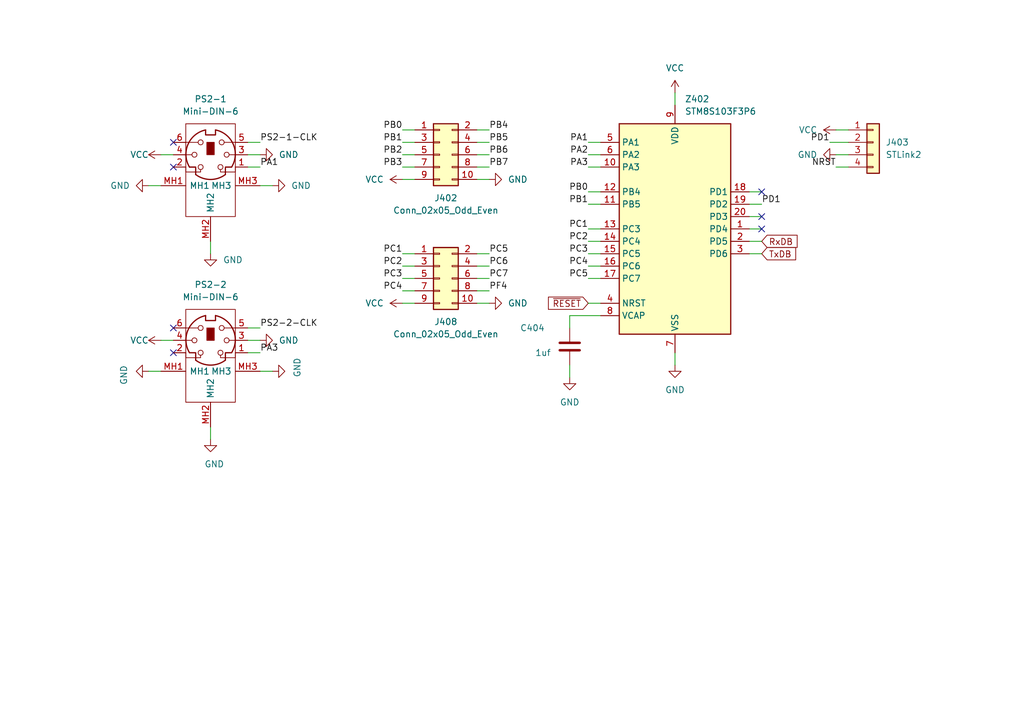
<source format=kicad_sch>
(kicad_sch (version 20211123) (generator eeschema)
  (paper "A5")
  (title_block (title "JupiterAce Z80 plus KIO and new memory format.") (rev "${REVNUM}") (company "Ontobus") (comment 1 "John Bradley") (comment 2 "https://creativecommons.org/licenses/by-nc-sa/4.0/") (comment 3 "Attribution-NonCommercial-ShareAlike 4.0 International License.") (comment 4 "This work is licensed under a Creative Commons "))
  (lib_symbols
    (symbol "Connector_Generic:Conn_01x04" (pin_names (offset 1.016) hide)
      (property "Reference" "J" (at 0 5.08 0))
      (property "Value" "Conn_01x04" (at 0 -7.62 0))
      (symbol "Conn_01x04_1_1"
        (rectangle (start -1.27 -4.953) (end 0 -5.207) (stroke (width 0.1524)))
        (rectangle (start -1.27 -2.413) (end 0 -2.667) (stroke (width 0.1524)))
        (rectangle (start -1.27 0.127) (end 0 -0.127) (stroke (width 0.1524)))
        (rectangle (start -1.27 2.667) (end 0 2.413) (stroke (width 0.1524)))
        (rectangle (start -1.27 3.81) (end 1.27 -6.35) (stroke (width 0.254)) (fill (type background)))
        (pin passive line (at -5.08 2.54 0) (length 3.81) (name "Pin_1") (number "1"))
        (pin passive line (at -5.08 0 0) (length 3.81) (name "Pin_2") (number "2"))
        (pin passive line (at -5.08 -2.54 0) (length 3.81) (name "Pin_3") (number "3"))
        (pin passive line (at -5.08 -5.08 0) (length 3.81) (name "Pin_4") (number "4"))
      )
    )
    (symbol "Connector_Generic:Conn_02x05_Odd_Even" (pin_names (offset 1.016) hide)
      (property "Reference" "J" (at 1.27 7.62 0))
      (property "Value" "Conn_02x05_Odd_Even" (at 1.27 -7.62 0))
      (symbol "Conn_02x05_Odd_Even_1_1"
        (rectangle (start -1.27 -4.953) (end 0 -5.207) (stroke (width 0.1524)))
        (rectangle (start -1.27 -2.413) (end 0 -2.667) (stroke (width 0.1524)))
        (rectangle (start -1.27 0.127) (end 0 -0.127) (stroke (width 0.1524)))
        (rectangle (start -1.27 2.667) (end 0 2.413) (stroke (width 0.1524)))
        (rectangle (start -1.27 5.207) (end 0 4.953) (stroke (width 0.1524)))
        (rectangle (start -1.27 6.35) (end 3.81 -6.35) (stroke (width 0.254)) (fill (type background)))
        (rectangle (start 3.81 -4.953) (end 2.54 -5.207) (stroke (width 0.1524)))
        (rectangle (start 3.81 -2.413) (end 2.54 -2.667) (stroke (width 0.1524)))
        (rectangle (start 3.81 0.127) (end 2.54 -0.127) (stroke (width 0.1524)))
        (rectangle (start 3.81 2.667) (end 2.54 2.413) (stroke (width 0.1524)))
        (rectangle (start 3.81 5.207) (end 2.54 4.953) (stroke (width 0.1524)))
        (pin passive line (at -5.08 5.08 0) (length 3.81) (name "Pin_1") (number "1"))
        (pin passive line (at 7.62 -5.08 180) (length 3.81) (name "Pin_10") (number "10"))
        (pin passive line (at 7.62 5.08 180) (length 3.81) (name "Pin_2") (number "2"))
        (pin passive line (at -5.08 2.54 0) (length 3.81) (name "Pin_3") (number "3"))
        (pin passive line (at 7.62 2.54 180) (length 3.81) (name "Pin_4") (number "4"))
        (pin passive line (at -5.08 0 0) (length 3.81) (name "Pin_5") (number "5"))
        (pin passive line (at 7.62 0 180) (length 3.81) (name "Pin_6") (number "6"))
        (pin passive line (at -5.08 -2.54 0) (length 3.81) (name "Pin_7") (number "7"))
        (pin passive line (at 7.62 -2.54 180) (length 3.81) (name "Pin_8") (number "8"))
        (pin passive line (at -5.08 -5.08 0) (length 3.81) (name "Pin_9") (number "9"))
      )
    )
    (symbol "Device:C" (pin_numbers hide) (pin_names (offset 0.254))
      (property "Reference" "C" (at 0.635 2.54 0))
      (property "Value" "C" (at 0.635 -2.54 0))
      (symbol "C_0_1"
        (polyline (pts (xy -2.032 -0.762) (xy 2.032 -0.762)) (stroke (width 0.508)))
        (polyline (pts (xy -2.032 0.762) (xy 2.032 0.762)) (stroke (width 0.508)))
      )
      (symbol "C_1_1"
        (pin passive line (at 0 3.81 270) (length 2.794) (name "~") (number "1"))
        (pin passive line (at 0 -3.81 90) (length 2.794) (name "~") (number "2"))
      )
    )
    (symbol "ExtraSymbols:5749266-1" (pin_names (offset 0.762))
      (property "Reference" "J" (at 19.05 7.62 0))
      (property "Value" "5749266-1" (at 19.05 5.08 0))
      (symbol "5749266-1_0_0"
        (pin passive line (at -5.08 -12.7 0) (length 5.08) (name "MH1") (number "MH1"))
        (pin passive line (at 5.08 -24.13 90) (length 5.08) (name "MH2") (number "MH2"))
        (pin passive line (at 15.24 -12.7 180) (length 5.08) (name "MH3") (number "MH3"))
      )
      (symbol "5749266-1_0_1"
        (polyline (pts (xy 1.27 -6.35) (xy 0 -6.35)))
        (polyline (pts (xy 2.54 -3.81) (xy 0 -3.81)))
        (polyline (pts (xy 7.874 -3.81) (xy 10.16 -3.81)))
        (polyline (pts (xy 10.16 -6.35) (xy 8.89 -6.35)))
        (polyline (pts (xy 0.762 -8.89) (xy 2.032 -8.89) (xy 2.032 -10.414)) (stroke (width 0.254)))
        (polyline (pts (xy 9.398 -8.89) (xy 8.128 -8.89) (xy 8.128 -10.414)) (stroke (width 0.254)))
        (polyline (pts (xy 3.048 -9.398) (xy 3.048 -9.906) (xy 0 -9.906) (xy 0 -8.89)))
        (polyline (pts (xy 4.064 -1.27) (xy 4.064 -2.286) (xy 6.096 -2.286) (xy 6.096 -1.27)) (stroke (width 0.254)))
        (polyline (pts (xy 7.112 -9.398) (xy 7.112 -9.906) (xy 10.16 -9.906) (xy 10.16 -8.89)))
        (rectangle (start 0 0) (end 10.16 -19.05) (stroke (width 0.1524)))
        (circle (center 1.778 -6.35) (radius 0.508))
        (arc (start 2.032 -10.414) (mid 5.08 -11.43) (end 8.128 -10.414) (stroke (width 0.254)))
        (circle (center 3.048 -8.89) (radius 0.508))
        (circle (center 3.048 -3.81) (radius 0.508))
        (arc (start 4.064 -1.27) (mid 0.4559 -4.2319) (end 0.762 -8.89) (stroke (width 0.254)))
        (rectangle (start 4.318 -3.81) (end 5.842 -6.35) (fill (type outline)))
        (circle (center 7.112 -8.89) (radius 0.508))
        (circle (center 7.366 -3.81) (radius 0.508))
        (circle (center 8.382 -6.35) (radius 0.508))
        (arc (start 9.398 -8.89) (mid 9.7446 -4.2143) (end 6.096 -1.27) (stroke (width 0.254)))
      )
      (symbol "5749266-1_1_1"
        (pin passive line (at 12.7 -8.89 180) (length 2.54) (name "~") (number "1"))
        (pin passive line (at -2.54 -8.89 0) (length 2.54) (name "~") (number "2"))
        (pin passive line (at 12.7 -6.35 180) (length 2.54) (name "~") (number "3"))
        (pin passive line (at -2.54 -6.35 0) (length 2.54) (name "~") (number "4"))
        (pin passive line (at 12.7 -3.81 180) (length 2.54) (name "~") (number "5"))
        (pin passive line (at -2.54 -3.81 0) (length 2.54) (name "~") (number "6"))
      )
    )
    (symbol "MCU_ST_STM8:STM8S003F3P"
      (property "Reference" "U" (at 1.27 25.4 0))
      (property "Value" "STM8S003F3P" (at 1.27 22.86 0))
      (symbol "STM8S003F3P_0_1"
        (rectangle (start -11.43 21.59) (end 11.43 -21.59) (stroke (width 0.254)) (fill (type background)))
      )
      (symbol "STM8S003F3P_1_1"
        (pin bidirectional line (at 15.24 0 180) (length 3.81) (name "PD4") (number "1"))
        (pin bidirectional line (at -15.24 12.7 0) (length 3.81) (name "PA3") (number "10"))
        (pin bidirectional line (at -15.24 5.08 0) (length 3.81) (name "PB5") (number "11"))
        (pin bidirectional line (at -15.24 7.62 0) (length 3.81) (name "PB4") (number "12"))
        (pin bidirectional line (at -15.24 0 0) (length 3.81) (name "PC3") (number "13"))
        (pin bidirectional line (at -15.24 -2.54 0) (length 3.81) (name "PC4") (number "14"))
        (pin bidirectional line (at -15.24 -5.08 0) (length 3.81) (name "PC5") (number "15"))
        (pin bidirectional line (at -15.24 -7.62 0) (length 3.81) (name "PC6") (number "16"))
        (pin bidirectional line (at -15.24 -10.16 0) (length 3.81) (name "PC7") (number "17"))
        (pin bidirectional line (at 15.24 7.62 180) (length 3.81) (name "PD1") (number "18"))
        (pin bidirectional line (at 15.24 5.08 180) (length 3.81) (name "PD2") (number "19"))
        (pin bidirectional line (at 15.24 -2.54 180) (length 3.81) (name "PD5") (number "2"))
        (pin bidirectional line (at 15.24 2.54 180) (length 3.81) (name "PD3") (number "20"))
        (pin bidirectional line (at 15.24 -5.08 180) (length 3.81) (name "PD6") (number "3"))
        (pin input line (at -15.24 -15.24 0) (length 3.81) (name "NRST") (number "4"))
        (pin bidirectional line (at -15.24 17.78 0) (length 3.81) (name "PA1") (number "5"))
        (pin bidirectional line (at -15.24 15.24 0) (length 3.81) (name "PA2") (number "6"))
        (pin power_in line (at 0 -25.4 90) (length 3.81) (name "VSS") (number "7"))
        (pin passive line (at -15.24 -17.78 0) (length 3.81) (name "VCAP") (number "8"))
        (pin power_in line (at 0 25.4 270) (length 3.81) (name "VDD") (number "9"))
      )
    )
    (symbol "power:GND" (power) (pin_names (offset 0))
      (property "Value" "GND" (at 0 -3.81 0))
      (symbol "GND_0_1"
        (polyline (pts (xy 0 0) (xy 0 -1.27) (xy 1.27 -1.27) (xy 0 -2.54) (xy -1.27 -1.27) (xy 0 -1.27)))
      )
      (symbol "GND_1_1"
        (pin power_in line (at 0 0 270) (length 0) hide (name "GND") (number "1"))
      )
    )
    (symbol "power:VCC" (power) (pin_names (offset 0))
      (property "Value" "VCC" (at 0 3.81 0))
      (symbol "VCC_0_1"
        (polyline (pts (xy -0.762 1.27) (xy 0 2.54)))
        (polyline (pts (xy 0 0) (xy 0 2.54)))
        (polyline (pts (xy 0 2.54) (xy 0.762 1.27)))
      )
      (symbol "VCC_1_1"
        (pin power_in line (at 0 0 90) (length 0) hide (name "VCC") (number "1"))
      )
    )
  )
  (no_connect (at 156.21 39.37))
  (no_connect (at 156.21 46.99))
  (no_connect (at 35.56 67.31))
  (no_connect (at 35.56 34.29))
  (no_connect (at 35.56 29.21))
  (no_connect (at 35.56 72.39))
  (no_connect (at 156.21 44.45))
  (wire (pts (xy 123.19 41.91) (xy 120.65 41.91)))
  (wire (pts (xy 85.09 54.61) (xy 82.55 54.61)))
  (wire (pts (xy 123.19 46.99) (xy 120.65 46.99)))
  (wire (pts (xy 43.18 87.63) (xy 43.18 90.17)))
  (wire (pts (xy 35.56 69.85) (xy 33.02 69.85)))
  (wire (pts (xy 50.8 31.75) (xy 53.34 31.75)))
  (wire (pts (xy 153.67 46.99) (xy 156.21 46.99)))
  (wire (pts (xy 97.79 31.75) (xy 100.33 31.75)))
  (wire (pts (xy 138.43 72.39) (xy 138.43 74.93)))
  (wire (pts (xy 50.8 69.85) (xy 53.34 69.85)))
  (wire (pts (xy 173.99 31.75) (xy 171.45 31.75)))
  (wire (pts (xy 173.99 29.21) (xy 170.18 29.21)))
  (wire (pts (xy 116.84 64.77) (xy 116.84 67.31)))
  (wire (pts (xy 50.8 29.21) (xy 53.34 29.21)))
  (wire (pts (xy 85.09 26.67) (xy 82.55 26.67)))
  (wire (pts (xy 116.84 74.93) (xy 116.84 77.47)))
  (wire (pts (xy 50.8 67.31) (xy 53.34 67.31)))
  (wire (pts (xy 85.09 59.69) (xy 82.55 59.69)))
  (wire (pts (xy 82.55 62.23) (xy 85.09 62.23)))
  (wire (pts (xy 35.56 31.75) (xy 33.02 31.75)))
  (wire (pts (xy 85.09 52.07) (xy 82.55 52.07)))
  (wire (pts (xy 85.09 57.15) (xy 82.55 57.15)))
  (wire (pts (xy 123.19 34.29) (xy 120.65 34.29)))
  (wire (pts (xy 53.34 34.29) (xy 50.8 34.29)))
  (wire (pts (xy 43.18 49.53) (xy 43.18 52.07)))
  (wire (pts (xy 97.79 26.67) (xy 100.33 26.67)))
  (wire (pts (xy 123.19 62.23) (xy 120.65 62.23)))
  (wire (pts (xy 173.99 34.29) (xy 171.45 34.29)))
  (wire (pts (xy 85.09 29.21) (xy 82.55 29.21)))
  (wire (pts (xy 153.67 49.53) (xy 156.21 49.53)))
  (wire (pts (xy 82.55 36.83) (xy 85.09 36.83)))
  (wire (pts (xy 116.84 64.77) (xy 123.19 64.77)))
  (wire (pts (xy 138.43 21.59) (xy 138.43 19.05)))
  (wire (pts (xy 85.09 34.29) (xy 82.55 34.29)))
  (wire (pts (xy 153.67 44.45) (xy 156.21 44.45)))
  (wire (pts (xy 123.19 52.07) (xy 120.65 52.07)))
  (wire (pts (xy 85.09 31.75) (xy 82.55 31.75)))
  (wire (pts (xy 33.02 38.1) (xy 30.48 38.1)))
  (wire (pts (xy 53.34 38.1) (xy 55.88 38.1)))
  (wire (pts (xy 97.79 54.61) (xy 100.33 54.61)))
  (wire (pts (xy 97.79 59.69) (xy 100.33 59.69)))
  (wire (pts (xy 123.19 29.21) (xy 120.65 29.21)))
  (wire (pts (xy 97.79 29.21) (xy 100.33 29.21)))
  (wire (pts (xy 123.19 31.75) (xy 120.65 31.75)))
  (wire (pts (xy 33.02 76.2) (xy 30.48 76.2)))
  (wire (pts (xy 53.34 72.39) (xy 50.8 72.39)))
  (wire (pts (xy 123.19 39.37) (xy 120.65 39.37)))
  (wire (pts (xy 153.67 52.07) (xy 156.21 52.07)))
  (wire (pts (xy 173.99 26.67) (xy 171.45 26.67)))
  (wire (pts (xy 97.79 62.23) (xy 100.33 62.23)))
  (wire (pts (xy 123.19 57.15) (xy 120.65 57.15)))
  (wire (pts (xy 97.79 52.07) (xy 100.33 52.07)))
  (wire (pts (xy 97.79 57.15) (xy 100.33 57.15)))
  (wire (pts (xy 97.79 36.83) (xy 100.33 36.83)))
  (wire (pts (xy 53.34 76.2) (xy 55.88 76.2)))
  (wire (pts (xy 123.19 54.61) (xy 120.65 54.61)))
  (wire (pts (xy 153.67 41.91) (xy 156.21 41.91)))
  (wire (pts (xy 123.19 49.53) (xy 120.65 49.53)))
  (wire (pts (xy 97.79 34.29) (xy 100.33 34.29)))
  (wire (pts (xy 153.67 39.37) (xy 156.21 39.37)))
  (label "PC1" (at 82.55 52.07 0))
  (label "PC5" (at 100.33 52.07 0))
  (label "PC3" (at 82.55 57.15 0))
  (label "PA3" (at 120.65 34.29 0))
  (label "PB4" (at 100.33 26.67 0))
  (label "PD1" (at 170.18 29.21 0))
  (label "PB3" (at 82.55 34.29 0))
  (label "PC6" (at 100.33 54.61 0))
  (label "PC7" (at 100.33 57.15 0))
  (label "PS2-2-CLK" (at 53.34 67.31 0))
  (label "PC2" (at 120.65 49.53 0))
  (label "PB2" (at 82.55 31.75 0))
  (label "PA1" (at 120.65 29.21 0))
  (label "PA2" (at 120.65 31.75 0))
  (label "PA3" (at 53.34 72.39 0))
  (label "PC3" (at 120.65 52.07 0))
  (label "NRST" (at 171.45 34.29 0))
  (label "PC1" (at 120.65 46.99 0))
  (label "PB1" (at 120.65 41.91 0))
  (label "PB0" (at 82.55 26.67 0))
  (label "PB6" (at 100.33 31.75 0))
  (label "PB1" (at 82.55 29.21 0))
  (label "PB7" (at 100.33 34.29 0))
  (label "PD1" (at 156.21 41.91 0))
  (label "PC4" (at 120.65 54.61 0))
  (label "PS2-1-CLK" (at 53.34 29.21 0))
  (label "PB5" (at 100.33 29.21 0))
  (label "PA1" (at 53.34 34.29 0))
  (label "PF4" (at 100.33 59.69 0))
  (label "PC2" (at 82.55 54.61 0))
  (label "PC5" (at 120.65 57.15 0))
  (label "PC4" (at 82.55 59.69 0))
  (label "PB0" (at 120.65 39.37 0))
  (global_label "RxDB" (shape input) (at 156.21 49.53 0) (property "Intersheetrefs" "${INTERSHEET_REFS}" (at 163.3723 49.4506 0) (effects (justify left))))
  (global_label "~{RESET}" (shape input) (at 120.65 62.23 180) (property "Intersheetrefs" "${INTERSHEET_REFS}" (at 112.5806 62.1506 0) (effects (justify right))))
  (global_label "TxDB" (shape input) (at 156.21 52.07 0) (property "Intersheetrefs" "${INTERSHEET_REFS}" (at 163.0699 51.9906 0) (effects (justify left))))
  (symbol (lib_id "Device:C") (at 116.84 71.12 0) (unit 1)
    (property "Reference" "C404" (at 111.76 67.3099 0) (effects (justify right)))
    (property "Value" "1uf" (at 113.03 72.3899 0) (effects (justify right)))
    (property "Footprint" "Capacitor_THT:C_Disc_D3.0mm_W1.6mm_P2.50mm" (effects hide))
    (property "Manufacturer_Name" "Lelon" (effects hide))
    (property "Manufacturer_Part_Number" "REA010M2CBK-0511P" (effects hide))
  )
  (symbol (lib_id "power:GND") (at 100.33 62.23 90) (unit 1)
    (property "Reference" "#0147" (effects hide))
    (property "Value" "GND" (at 104.14 62.2299 90) (effects (justify right)))
  )
  (symbol (lib_id "power:GND") (at 43.18 52.07 0) (unit 1)
    (property "Reference" "# PWR0117" (effects hide))
    (property "Value" "GND" (at 45.72 53.3399 0) (effects (justify left)))
  )
  (symbol (lib_id "power:VCC") (at 33.02 69.85 90) (unit 1)
    (property "Reference" "# PWR0120" (effects hide))
    (property "Value" "VCC" (at 26.67 69.85 90) (effects (justify right)))
  )
  (symbol (lib_id "power:GND") (at 30.48 38.1 270) (unit 1)
    (property "Reference" "# PWR0109" (effects hide))
    (property "Value" "GND" (at 26.67 38.0999 90) (effects (justify right)))
  )
  (symbol (lib_id "power:GND") (at 100.33 36.83 90) (unit 1)
    (property "Reference" "#~PWR0123" (effects hide))
    (property "Value" "GND" (at 104.14 36.8299 90) (effects (justify right)))
  )
  (symbol (lib_id "power:VCC") (at 82.55 36.83 90) (unit 1)
    (property "Reference" "#~PWR0106" (effects hide))
    (property "Value" "VCC" (at 78.74 36.8299 90) (effects (justify left)))
  )
  (symbol (lib_id "power:VCC") (at 33.02 31.75 90) (unit 1)
    (property "Reference" "# PWR0114" (effects hide))
    (property "Value" "VCC" (at 26.67 31.75 90) (effects (justify right)))
  )
  (symbol (lib_id "power:GND") (at 171.45 31.75 270) (unit 1)
    (property "Reference" "#~PWR0169" (effects hide))
    (property "Value" "GND" (at 167.64 31.7499 90) (effects (justify right)))
  )
  (symbol (lib_id "Connector_Generic:Conn_01x04") (at 179.07 29.21 0) (unit 1)
    (property "Reference" "J403" (at 181.61 29.2099 0) (effects (justify left)))
    (property "Value" "STLink2" (at 181.61 31.7499 0) (effects (justify left)))
    (property "Footprint" "Connector_PinHeader_2.54mm:PinHeader_1x04_P2.54mm_Vertical" (effects hide))
    (property "Manufacturer_Name" "Samtec" (effects hide))
    (property "Manufacturer_Part_Number" "HTSW-104-24-F-S" (effects hide))
  )
  (symbol (lib_id "power:GND") (at 53.34 31.75 90) (unit 1)
    (property "Reference" "# PWR0123" (effects hide))
    (property "Value" "GND" (at 57.15 31.7499 90) (effects (justify right)))
  )
  (symbol (lib_id "power:GND") (at 43.18 90.17 0) (unit 1)
    (property "Reference" "# PWR0119" (effects hide))
    (property "Value" "GND" (at 41.91 95.25 0) (effects (justify left)))
  )
  (symbol (lib_id "power:GND") (at 55.88 76.2 90) (unit 1)
    (property "Reference" "# PWR0121" (effects hide))
    (property "Value" "GND" (at 60.96 77.47 0) (effects (justify left)))
  )
  (symbol (lib_id "power:GND") (at 138.43 74.93 0) (unit 1)
    (property "Reference" "#~PWR0109" (effects hide))
    (property "Value" "GND" (at 138.43 80.01 0))
  )
  (symbol (lib_id "power:VCC") (at 82.55 62.23 90) (unit 1)
    (property "Reference" "#0148" (effects hide))
    (property "Value" "VCC" (at 78.74 62.2299 90) (effects (justify left)))
  )
  (symbol (lib_id "MCU_ST_STM8:STM8S003F3P") (at 138.43 46.99 0) (unit 1)
    (property "Reference" "Z402" (at 140.4494 20.32 0) (effects (justify left)))
    (property "Value" "STM8S103F3P6" (at 140.4494 22.86 0) (effects (justify left)))
    (property "Footprint" "Package_SO:TSSOP-20_4.4x6.5mm_P0.65mm" (effects hide))
    (property "Datasheet" "http://www.st.com/st-web-ui/static/active/en/resource/technical/document/datasheet/DM00024550.pdf" (effects hide))
    (property "Manufacturer_Name" "STMicroelectronics" (effects hide))
    (property "Manufacturer_Part_Number" "STM8S003K3T6CTR" (effects hide))
  )
  (symbol (lib_id "power:VCC") (at 171.45 26.67 90) (unit 1)
    (property "Reference" "#~PWR0121" (effects hide))
    (property "Value" "VCC" (at 167.64 26.6699 90) (effects (justify left)))
  )
  (symbol (lib_id "power:GND") (at 30.48 76.2 270) (unit 1)
    (property "Reference" "# PWR0118" (effects hide))
    (property "Value" "GND" (at 25.4 74.93 0) (effects (justify left)))
  )
  (symbol (lib_id "Connector_Generic:Conn_02x05_Odd_Even") (at 90.17 31.75 0) (unit 1)
    (property "Reference" "J402" (at 91.44 40.64 0))
    (property "Value" "Conn_02x05_Odd_Even" (at 91.44 43.18 0))
    (property "Footprint" "Connector_PinHeader_2.54mm:PinHeader_2x05_P2.54mm_Vertical" (effects hide))
    (property "Manufacturer_Name" "Amphenol FCI" (effects hide))
    (property "Manufacturer_Part_Number" "10129381-910001BLF" (effects hide))
  )
  (symbol (lib_id "Connector_Generic:Conn_02x05_Odd_Even") (at 90.17 57.15 0) (unit 1)
    (property "Reference" "J408" (at 91.44 66.04 0))
    (property "Value" "Conn_02x05_Odd_Even" (at 91.44 68.58 0))
    (property "Footprint" "Connector_PinHeader_2.54mm:PinHeader_2x05_P2.54mm_Vertical" (effects hide))
    (property "Manufacturer_Name" "Amphenol FCI" (effects hide))
    (property "Manufacturer_Part_Number" "10129381-910001BLF" (effects hide))
  )
  (symbol (lib_id "power:GND") (at 116.84 77.47 0) (unit 1)
    (property "Reference" "#~PWR0112" (effects hide))
    (property "Value" "GND" (at 116.84 82.55 0))
  )
  (symbol (lib_id "power:VCC") (at 138.43 19.05 0) (unit 1)
    (property "Reference" "#~PWR0124" (effects hide))
    (property "Value" "VCC" (at 138.43 13.97 0))
  )
  (symbol (lib_id "power:GND") (at 55.88 38.1 90) (unit 1)
    (property "Reference" "# PWR0124" (effects hide))
    (property "Value" "GND" (at 59.69 38.0999 90) (effects (justify right)))
  )
  (symbol (lib_id "ExtraSymbols:5749266-1") (at 38.1 63.5 0) (unit 1)
    (property "Reference" "PS2-2" (at 43.1977 58.42 0))
    (property "Value" "Mini-DIN-6" (at 43.1977 60.96 0))
    (property "Footprint" "57492661" (effects hide))
    (property "Datasheet" "https://componentsearchengine.com/Datasheets/1/5749266-1.pdf" (effects hide))
    (property "Description" "Circular DIN Connectors 6 P R/A W/O HOLDDOWN" (effects hide))
    (property "Height" "13" (effects hide))
    (property "Mouser Part Number" "571-5749266-1" (effects hide))
    (property "Mouser Price/Stock" "https://www.mouser.co.uk/ProductDetail/TE-Connectivity/5749266-1?qs=XlZqES4cpWaWvZ%2F3L%252BlRxA%3D%3D" (effects hide))
    (property "Manufacturer_Name" "TE Connectivity" (effects hide))
    (property "Manufacturer_Part_Number" "5749266-1" (effects hide))
  )
  (symbol (lib_id "power:GND") (at 53.34 69.85 90) (unit 1)
    (property "Reference" "# PWR0122" (effects hide))
    (property "Value" "GND" (at 57.15 69.8499 90) (effects (justify right)))
  )
  (symbol (lib_id "ExtraSymbols:5749266-1") (at 38.1 25.4 0) (unit 1)
    (property "Reference" "PS2-1" (at 43.1977 20.32 0))
    (property "Value" "Mini-DIN-6" (at 43.1977 22.86 0))
    (property "Footprint" "57492661" (effects hide))
    (property "Datasheet" "https://componentsearchengine.com/Datasheets/1/5749266-1.pdf" (effects hide))
    (property "Description" "Circular DIN Connectors 6 P R/A W/O HOLDDOWN" (effects hide))
    (property "Height" "13" (effects hide))
    (property "Mouser Part Number" "571-5749266-1" (effects hide))
    (property "Mouser Price/Stock" "https://www.mouser.co.uk/ProductDetail/TE-Connectivity/5749266-1?qs=XlZqES4cpWaWvZ%2F3L%252BlRxA%3D%3D" (effects hide))
    (property "Manufacturer_Name" "TE Connectivity" (effects hide))
    (property "Manufacturer_Part_Number" "5749266-1" (effects hide))
  )
)
</source>
